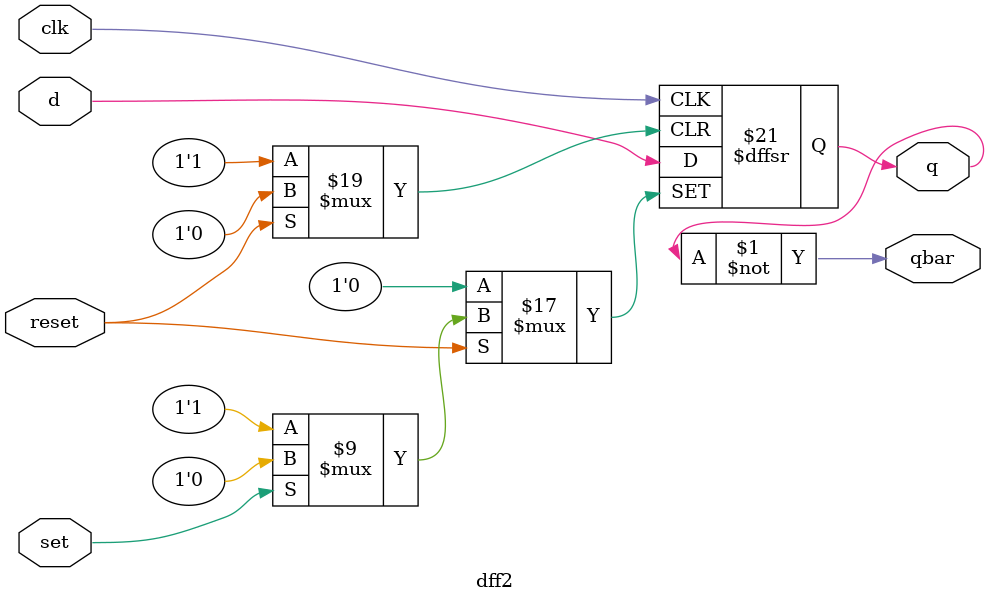
<source format=v>
module dff2(q, qbar, d, set, reset, clk);
    input d, set, reset, clk;
    output reg q; output qbar;

    assign qbar = ~q;
    always @(posedge clk or negedge set or negedge reset)
        begin
            if(reset == 0) q<=0;
            else if (set == 0) q<=1;
            else q<=d;
        end
endmodule
</source>
